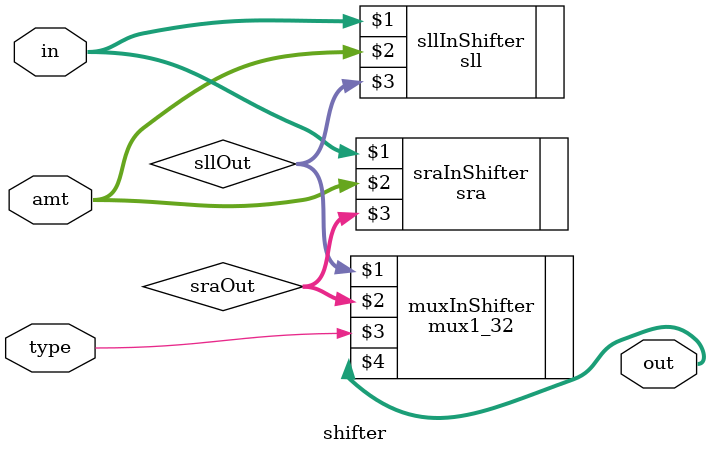
<source format=v>
module shifter(input [31:0] in,
					input [4:0] amt,
					input type,	// 0 for SLL, 1 for SRA
					output [31:0] out);
					
	wire [31:0] sllOut, sraOut;
	
	sll sllInShifter(in, amt, sllOut);
	sra sraInShifter(in, amt, sraOut);
	
	mux1_32 muxInShifter(sllOut, sraOut, type, out);
	
					
endmodule
</source>
